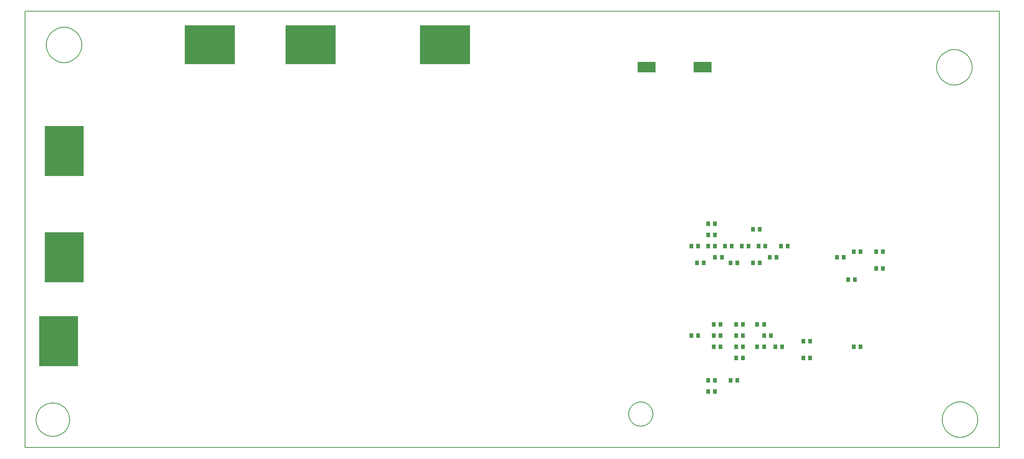
<source format=gbr>
G04 PROTEUS RS274X GERBER FILE*
%FSLAX45Y45*%
%MOMM*%
G01*
%ADD28R,0.939800X0.990600*%
%ADD29R,11.430000X8.890000*%
%ADD72R,8.890000X11.430000*%
%ADD73R,4.140200X2.362200*%
%ADD30R,0.660400X1.244600*%
%ADD31C,0.203200*%
%TD.AperFunction*%
D28*
X+5080000Y+6985000D03*
X+5240000Y+6985000D03*
X+4826000Y+7239000D03*
X+4986000Y+7239000D03*
X+4445000Y+7239000D03*
X+4605000Y+7239000D03*
X+4699000Y+7620000D03*
X+4859000Y+7620000D03*
X+5334000Y+7239000D03*
X+5494000Y+7239000D03*
X+4699000Y+6858000D03*
X+4859000Y+6858000D03*
X+4003000Y+6985000D03*
X+3843000Y+6985000D03*
X+4191000Y+6858000D03*
X+4351000Y+6858000D03*
X+4064000Y+7239000D03*
X+4224000Y+7239000D03*
X+3683000Y+7747000D03*
X+3843000Y+7747000D03*
X+3429000Y+6858000D03*
X+3589000Y+6858000D03*
X+3302000Y+7239000D03*
X+3462000Y+7239000D03*
X+3683000Y+7239000D03*
X+3843000Y+7239000D03*
X+3970000Y+5461000D03*
X+3810000Y+5461000D03*
X+4318000Y+5461000D03*
X+4478000Y+5461000D03*
X+4318000Y+5207000D03*
X+4478000Y+5207000D03*
X+3810000Y+4953000D03*
X+3970000Y+4953000D03*
X+3810000Y+5207000D03*
X+3970000Y+5207000D03*
X+3683000Y+7493000D03*
X+3843000Y+7493000D03*
X+4953000Y+5461000D03*
X+4793000Y+5461000D03*
X+4478000Y+4953000D03*
X+4318000Y+4953000D03*
X+4953000Y+5207000D03*
X+5113000Y+5207000D03*
X+4318000Y+4699000D03*
X+4478000Y+4699000D03*
X+4793000Y+4953000D03*
X+4953000Y+4953000D03*
X+5207000Y+4953000D03*
X+5367000Y+4953000D03*
X+3302000Y+5207000D03*
X+3462000Y+5207000D03*
X+5842000Y+5080000D03*
X+6002000Y+5080000D03*
X+4191000Y+4191000D03*
X+4351000Y+4191000D03*
X+3683000Y+4191000D03*
X+3843000Y+4191000D03*
X+3683000Y+3937000D03*
X+3843000Y+3937000D03*
X+5842000Y+4699000D03*
X+6002000Y+4699000D03*
X+7493000Y+6731000D03*
X+7653000Y+6731000D03*
X+7493000Y+7112000D03*
X+7653000Y+7112000D03*
X+6764000Y+6985000D03*
X+6604000Y+6985000D03*
X+6985000Y+7112000D03*
X+7145000Y+7112000D03*
X+6985000Y+4953000D03*
X+7145000Y+4953000D03*
X+6858000Y+6477000D03*
X+7018000Y+6477000D03*
D29*
X-7620000Y+11811000D03*
X-5334000Y+11811000D03*
X-2286000Y+11811000D03*
D72*
X-10922000Y+9398000D03*
X-10922000Y+6985000D03*
X-11049000Y+5080000D03*
D73*
X+2286000Y+11303000D03*
X+3556000Y+11303000D03*
D30*
X-7620000Y+11811000D03*
D31*
X-11811000Y+2667000D02*
X+10287000Y+2667000D01*
X+10287000Y+12573000D01*
X-11811000Y+12573000D01*
X-11811000Y+2667000D01*
X-10794444Y+3302000D02*
X-10795647Y+3332279D01*
X-10805415Y+3392839D01*
X-10825767Y+3453399D01*
X-10858733Y+3513959D01*
X-10908917Y+3574492D01*
X-10969477Y+3622832D01*
X-11030037Y+3654533D01*
X-11090597Y+3673875D01*
X-11151157Y+3682746D01*
X-11176000Y+3683556D01*
X-11557556Y+3302000D02*
X-11556353Y+3332279D01*
X-11546585Y+3392839D01*
X-11526233Y+3453399D01*
X-11493267Y+3513959D01*
X-11443083Y+3574492D01*
X-11382523Y+3622832D01*
X-11321963Y+3654533D01*
X-11261403Y+3673875D01*
X-11200843Y+3682746D01*
X-11176000Y+3683556D01*
X-11557556Y+3302000D02*
X-11556353Y+3271721D01*
X-11546585Y+3211161D01*
X-11526233Y+3150601D01*
X-11493267Y+3090041D01*
X-11443083Y+3029508D01*
X-11382523Y+2981168D01*
X-11321963Y+2949467D01*
X-11261403Y+2930125D01*
X-11200843Y+2921254D01*
X-11176000Y+2920444D01*
X-10794444Y+3302000D02*
X-10795647Y+3271721D01*
X-10805415Y+3211161D01*
X-10825767Y+3150601D01*
X-10858733Y+3090041D01*
X-10908917Y+3029508D01*
X-10969477Y+2981168D01*
X-11030037Y+2949467D01*
X-11090597Y+2930125D01*
X-11151157Y+2921254D01*
X-11176000Y+2920444D01*
X+9799609Y+3302000D02*
X+9798349Y+3333791D01*
X+9788120Y+3397374D01*
X+9766812Y+3460957D01*
X+9732314Y+3524540D01*
X+9679838Y+3588107D01*
X+9616255Y+3639127D01*
X+9552672Y+3672630D01*
X+9489089Y+3693143D01*
X+9425506Y+3702666D01*
X+9398000Y+3703609D01*
X+8996391Y+3302000D02*
X+8997651Y+3333791D01*
X+9007880Y+3397374D01*
X+9029188Y+3460957D01*
X+9063686Y+3524540D01*
X+9116162Y+3588107D01*
X+9179745Y+3639127D01*
X+9243328Y+3672630D01*
X+9306911Y+3693143D01*
X+9370494Y+3702666D01*
X+9398000Y+3703609D01*
X+8996391Y+3302000D02*
X+8997651Y+3270209D01*
X+9007880Y+3206626D01*
X+9029188Y+3143043D01*
X+9063686Y+3079460D01*
X+9116162Y+3015893D01*
X+9179745Y+2964873D01*
X+9243328Y+2931370D01*
X+9306911Y+2910857D01*
X+9370494Y+2901334D01*
X+9398000Y+2900391D01*
X+9799609Y+3302000D02*
X+9798349Y+3270209D01*
X+9788120Y+3206626D01*
X+9766812Y+3143043D01*
X+9732314Y+3079460D01*
X+9679838Y+3015893D01*
X+9616255Y+2964873D01*
X+9552672Y+2931370D01*
X+9489089Y+2910857D01*
X+9425506Y+2901334D01*
X+9398000Y+2900391D01*
X+9672609Y+11303000D02*
X+9671349Y+11334791D01*
X+9661120Y+11398374D01*
X+9639812Y+11461957D01*
X+9605314Y+11525540D01*
X+9552838Y+11589107D01*
X+9489255Y+11640127D01*
X+9425672Y+11673630D01*
X+9362089Y+11694143D01*
X+9298506Y+11703666D01*
X+9271000Y+11704609D01*
X+8869391Y+11303000D02*
X+8870651Y+11334791D01*
X+8880880Y+11398374D01*
X+8902188Y+11461957D01*
X+8936686Y+11525540D01*
X+8989162Y+11589107D01*
X+9052745Y+11640127D01*
X+9116328Y+11673630D01*
X+9179911Y+11694143D01*
X+9243494Y+11703666D01*
X+9271000Y+11704609D01*
X+8869391Y+11303000D02*
X+8870651Y+11271209D01*
X+8880880Y+11207626D01*
X+8902188Y+11144043D01*
X+8936686Y+11080460D01*
X+8989162Y+11016893D01*
X+9052745Y+10965873D01*
X+9116328Y+10932370D01*
X+9179911Y+10911857D01*
X+9243494Y+10902334D01*
X+9271000Y+10901391D01*
X+9672609Y+11303000D02*
X+9671349Y+11271209D01*
X+9661120Y+11207626D01*
X+9639812Y+11144043D01*
X+9605314Y+11080460D01*
X+9552838Y+11016893D01*
X+9489255Y+10965873D01*
X+9425672Y+10932370D01*
X+9362089Y+10911857D01*
X+9298506Y+10902334D01*
X+9271000Y+10901391D01*
X+2433609Y+3429000D02*
X+2432719Y+3451087D01*
X+2425494Y+3495263D01*
X+2410423Y+3539439D01*
X+2385946Y+3583615D01*
X+2348565Y+3627684D01*
X+2304389Y+3661964D01*
X+2260213Y+3684276D01*
X+2216037Y+3697620D01*
X+2171861Y+3703308D01*
X+2159000Y+3703609D01*
X+1884391Y+3429000D02*
X+1885281Y+3451087D01*
X+1892506Y+3495263D01*
X+1907577Y+3539439D01*
X+1932054Y+3583615D01*
X+1969435Y+3627684D01*
X+2013611Y+3661964D01*
X+2057787Y+3684276D01*
X+2101963Y+3697620D01*
X+2146139Y+3703308D01*
X+2159000Y+3703609D01*
X+1884391Y+3429000D02*
X+1885281Y+3406913D01*
X+1892506Y+3362737D01*
X+1907577Y+3318561D01*
X+1932054Y+3274385D01*
X+1969435Y+3230316D01*
X+2013611Y+3196036D01*
X+2057787Y+3173724D01*
X+2101963Y+3160380D01*
X+2146139Y+3154692D01*
X+2159000Y+3154391D01*
X+2433609Y+3429000D02*
X+2432719Y+3406913D01*
X+2425494Y+3362737D01*
X+2410423Y+3318561D01*
X+2385946Y+3274385D01*
X+2348565Y+3230316D01*
X+2304389Y+3196036D01*
X+2260213Y+3173724D01*
X+2216037Y+3160380D01*
X+2171861Y+3154692D01*
X+2159000Y+3154391D01*
X-10520391Y+11811000D02*
X-10521651Y+11842791D01*
X-10531880Y+11906374D01*
X-10553188Y+11969957D01*
X-10587686Y+12033540D01*
X-10640162Y+12097107D01*
X-10703745Y+12148127D01*
X-10767328Y+12181630D01*
X-10830911Y+12202143D01*
X-10894494Y+12211666D01*
X-10922000Y+12212609D01*
X-11323609Y+11811000D02*
X-11322349Y+11842791D01*
X-11312120Y+11906374D01*
X-11290812Y+11969957D01*
X-11256314Y+12033540D01*
X-11203838Y+12097107D01*
X-11140255Y+12148127D01*
X-11076672Y+12181630D01*
X-11013089Y+12202143D01*
X-10949506Y+12211666D01*
X-10922000Y+12212609D01*
X-11323609Y+11811000D02*
X-11322349Y+11779209D01*
X-11312120Y+11715626D01*
X-11290812Y+11652043D01*
X-11256314Y+11588460D01*
X-11203838Y+11524893D01*
X-11140255Y+11473873D01*
X-11076672Y+11440370D01*
X-11013089Y+11419857D01*
X-10949506Y+11410334D01*
X-10922000Y+11409391D01*
X-10520391Y+11811000D02*
X-10521651Y+11779209D01*
X-10531880Y+11715626D01*
X-10553188Y+11652043D01*
X-10587686Y+11588460D01*
X-10640162Y+11524893D01*
X-10703745Y+11473873D01*
X-10767328Y+11440370D01*
X-10830911Y+11419857D01*
X-10894494Y+11410334D01*
X-10922000Y+11409391D01*
M02*

</source>
